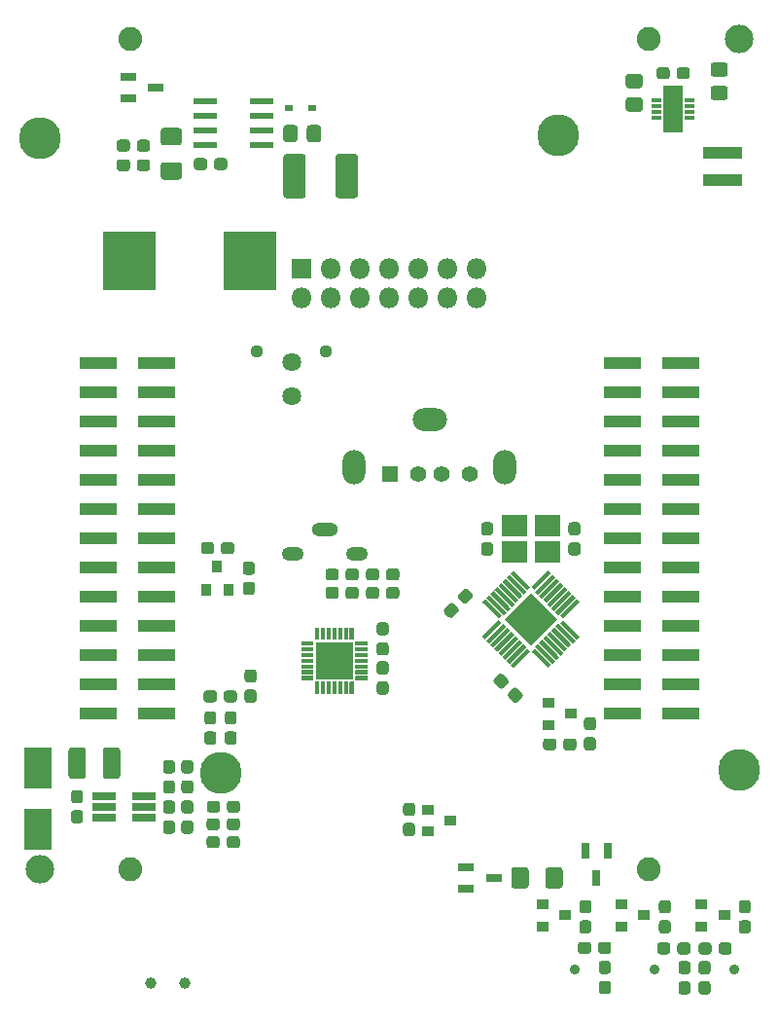
<source format=gbr>
%TF.GenerationSoftware,KiCad,Pcbnew,(5.1.6)-1*%
%TF.CreationDate,2022-04-22T11:55:46+02:00*%
%TF.ProjectId,ZumoComSystem,5a756d6f-436f-46d5-9379-7374656d2e6b,V1.0*%
%TF.SameCoordinates,Original*%
%TF.FileFunction,Soldermask,Bot*%
%TF.FilePolarity,Negative*%
%FSLAX46Y46*%
G04 Gerber Fmt 4.6, Leading zero omitted, Abs format (unit mm)*
G04 Created by KiCad (PCBNEW (5.1.6)-1) date 2022-04-22 11:55:46*
%MOMM*%
%LPD*%
G01*
G04 APERTURE LIST*
%ADD10R,0.912800X0.404800*%
%ADD11R,1.700000X4.100000*%
%ADD12R,3.500000X1.080000*%
%ADD13R,2.081200X0.633400*%
%ADD14C,1.000000*%
%ADD15R,3.250000X3.250000*%
%ADD16C,0.100000*%
%ADD17R,1.400000X1.400000*%
%ADD18C,1.400000*%
%ADD19O,2.000000X3.000000*%
%ADD20O,3.000000X2.000000*%
%ADD21O,1.800000X1.800000*%
%ADD22R,1.800000X1.800000*%
%ADD23R,4.600000X5.100000*%
%ADD24O,2.300000X1.200000*%
%ADD25O,1.900000X1.200000*%
%ADD26C,0.900000*%
%ADD27C,2.490000*%
%ADD28C,3.650000*%
%ADD29C,2.080000*%
%ADD30R,0.700000X0.550000*%
%ADD31R,2.400000X3.600000*%
%ADD32R,1.000000X0.900000*%
%ADD33R,0.900000X1.000000*%
%ADD34R,2.100000X0.750000*%
%ADD35R,2.200000X1.900000*%
%ADD36R,3.250000X1.100000*%
%ADD37R,1.410000X0.700000*%
%ADD38R,0.700000X1.410000*%
%ADD39C,1.630000*%
%ADD40C,1.120000*%
G04 APERTURE END LIST*
D10*
%TO.C,U2*%
X170252200Y-67362000D03*
X170252200Y-66854000D03*
X170252200Y-66346000D03*
X170252200Y-65838000D03*
X173147800Y-65838000D03*
X173147800Y-66346000D03*
X173147800Y-66854000D03*
X173147800Y-67362000D03*
D11*
X171700000Y-66600000D03*
%TD*%
D12*
%TO.C,L1*%
X176000000Y-72785000D03*
X176000000Y-70415000D03*
%TD*%
D13*
%TO.C,U1*%
X135863800Y-69705000D03*
X135863800Y-68435000D03*
X135863800Y-67165000D03*
X135863800Y-65895000D03*
X130936200Y-65895000D03*
X130936200Y-67165000D03*
X130936200Y-68435000D03*
X130936200Y-69705000D03*
%TD*%
D14*
%TO.C,SW1*%
X129175000Y-142650000D03*
X126175000Y-142650000D03*
%TD*%
%TO.C,R3*%
G36*
G01*
X171400000Y-63237500D02*
X171400000Y-63762500D01*
G75*
G02*
X171137500Y-64025000I-262500J0D01*
G01*
X170512500Y-64025000D01*
G75*
G02*
X170250000Y-63762500I0J262500D01*
G01*
X170250000Y-63237500D01*
G75*
G02*
X170512500Y-62975000I262500J0D01*
G01*
X171137500Y-62975000D01*
G75*
G02*
X171400000Y-63237500I0J-262500D01*
G01*
G37*
G36*
G01*
X173150000Y-63237500D02*
X173150000Y-63762500D01*
G75*
G02*
X172887500Y-64025000I-262500J0D01*
G01*
X172262500Y-64025000D01*
G75*
G02*
X172000000Y-63762500I0J262500D01*
G01*
X172000000Y-63237500D01*
G75*
G02*
X172262500Y-62975000I262500J0D01*
G01*
X172887500Y-62975000D01*
G75*
G02*
X173150000Y-63237500I0J-262500D01*
G01*
G37*
%TD*%
%TO.C,C6*%
G36*
G01*
X176178262Y-63800000D02*
X175221738Y-63800000D01*
G75*
G02*
X174950000Y-63528262I0J271738D01*
G01*
X174950000Y-62821738D01*
G75*
G02*
X175221738Y-62550000I271738J0D01*
G01*
X176178262Y-62550000D01*
G75*
G02*
X176450000Y-62821738I0J-271738D01*
G01*
X176450000Y-63528262D01*
G75*
G02*
X176178262Y-63800000I-271738J0D01*
G01*
G37*
G36*
G01*
X176178262Y-65850000D02*
X175221738Y-65850000D01*
G75*
G02*
X174950000Y-65578262I0J271738D01*
G01*
X174950000Y-64871738D01*
G75*
G02*
X175221738Y-64600000I271738J0D01*
G01*
X176178262Y-64600000D01*
G75*
G02*
X176450000Y-64871738I0J-271738D01*
G01*
X176450000Y-65578262D01*
G75*
G02*
X176178262Y-65850000I-271738J0D01*
G01*
G37*
%TD*%
D15*
%TO.C,U5*%
X142200000Y-114600000D03*
G36*
G01*
X140530800Y-116435000D02*
X140869200Y-116435000D01*
G75*
G02*
X140880000Y-116445800I0J-10800D01*
G01*
X140880000Y-117494200D01*
G75*
G02*
X140869200Y-117505000I-10800J0D01*
G01*
X140530800Y-117505000D01*
G75*
G02*
X140520000Y-117494200I0J10800D01*
G01*
X140520000Y-116445800D01*
G75*
G02*
X140530800Y-116435000I10800J0D01*
G01*
G37*
G36*
G01*
X141030800Y-116435000D02*
X141369200Y-116435000D01*
G75*
G02*
X141380000Y-116445800I0J-10800D01*
G01*
X141380000Y-117494200D01*
G75*
G02*
X141369200Y-117505000I-10800J0D01*
G01*
X141030800Y-117505000D01*
G75*
G02*
X141020000Y-117494200I0J10800D01*
G01*
X141020000Y-116445800D01*
G75*
G02*
X141030800Y-116435000I10800J0D01*
G01*
G37*
G36*
G01*
X141530800Y-116435000D02*
X141869200Y-116435000D01*
G75*
G02*
X141880000Y-116445800I0J-10800D01*
G01*
X141880000Y-117494200D01*
G75*
G02*
X141869200Y-117505000I-10800J0D01*
G01*
X141530800Y-117505000D01*
G75*
G02*
X141520000Y-117494200I0J10800D01*
G01*
X141520000Y-116445800D01*
G75*
G02*
X141530800Y-116435000I10800J0D01*
G01*
G37*
G36*
G01*
X142030800Y-116435000D02*
X142369200Y-116435000D01*
G75*
G02*
X142380000Y-116445800I0J-10800D01*
G01*
X142380000Y-117494200D01*
G75*
G02*
X142369200Y-117505000I-10800J0D01*
G01*
X142030800Y-117505000D01*
G75*
G02*
X142020000Y-117494200I0J10800D01*
G01*
X142020000Y-116445800D01*
G75*
G02*
X142030800Y-116435000I10800J0D01*
G01*
G37*
G36*
G01*
X142530800Y-116435000D02*
X142869200Y-116435000D01*
G75*
G02*
X142880000Y-116445800I0J-10800D01*
G01*
X142880000Y-117494200D01*
G75*
G02*
X142869200Y-117505000I-10800J0D01*
G01*
X142530800Y-117505000D01*
G75*
G02*
X142520000Y-117494200I0J10800D01*
G01*
X142520000Y-116445800D01*
G75*
G02*
X142530800Y-116435000I10800J0D01*
G01*
G37*
G36*
G01*
X143030800Y-116435000D02*
X143369200Y-116435000D01*
G75*
G02*
X143380000Y-116445800I0J-10800D01*
G01*
X143380000Y-117494200D01*
G75*
G02*
X143369200Y-117505000I-10800J0D01*
G01*
X143030800Y-117505000D01*
G75*
G02*
X143020000Y-117494200I0J10800D01*
G01*
X143020000Y-116445800D01*
G75*
G02*
X143030800Y-116435000I10800J0D01*
G01*
G37*
G36*
G01*
X143530800Y-116435000D02*
X143869200Y-116435000D01*
G75*
G02*
X143880000Y-116445800I0J-10800D01*
G01*
X143880000Y-117494200D01*
G75*
G02*
X143869200Y-117505000I-10800J0D01*
G01*
X143530800Y-117505000D01*
G75*
G02*
X143520000Y-117494200I0J10800D01*
G01*
X143520000Y-116445800D01*
G75*
G02*
X143530800Y-116435000I10800J0D01*
G01*
G37*
G36*
G01*
X143530800Y-111695000D02*
X143869200Y-111695000D01*
G75*
G02*
X143880000Y-111705800I0J-10800D01*
G01*
X143880000Y-112754200D01*
G75*
G02*
X143869200Y-112765000I-10800J0D01*
G01*
X143530800Y-112765000D01*
G75*
G02*
X143520000Y-112754200I0J10800D01*
G01*
X143520000Y-111705800D01*
G75*
G02*
X143530800Y-111695000I10800J0D01*
G01*
G37*
G36*
G01*
X143030800Y-111695000D02*
X143369200Y-111695000D01*
G75*
G02*
X143380000Y-111705800I0J-10800D01*
G01*
X143380000Y-112754200D01*
G75*
G02*
X143369200Y-112765000I-10800J0D01*
G01*
X143030800Y-112765000D01*
G75*
G02*
X143020000Y-112754200I0J10800D01*
G01*
X143020000Y-111705800D01*
G75*
G02*
X143030800Y-111695000I10800J0D01*
G01*
G37*
G36*
G01*
X142530800Y-111695000D02*
X142869200Y-111695000D01*
G75*
G02*
X142880000Y-111705800I0J-10800D01*
G01*
X142880000Y-112754200D01*
G75*
G02*
X142869200Y-112765000I-10800J0D01*
G01*
X142530800Y-112765000D01*
G75*
G02*
X142520000Y-112754200I0J10800D01*
G01*
X142520000Y-111705800D01*
G75*
G02*
X142530800Y-111695000I10800J0D01*
G01*
G37*
G36*
G01*
X142030800Y-111695000D02*
X142369200Y-111695000D01*
G75*
G02*
X142380000Y-111705800I0J-10800D01*
G01*
X142380000Y-112754200D01*
G75*
G02*
X142369200Y-112765000I-10800J0D01*
G01*
X142030800Y-112765000D01*
G75*
G02*
X142020000Y-112754200I0J10800D01*
G01*
X142020000Y-111705800D01*
G75*
G02*
X142030800Y-111695000I10800J0D01*
G01*
G37*
G36*
G01*
X141530800Y-111695000D02*
X141869200Y-111695000D01*
G75*
G02*
X141880000Y-111705800I0J-10800D01*
G01*
X141880000Y-112754200D01*
G75*
G02*
X141869200Y-112765000I-10800J0D01*
G01*
X141530800Y-112765000D01*
G75*
G02*
X141520000Y-112754200I0J10800D01*
G01*
X141520000Y-111705800D01*
G75*
G02*
X141530800Y-111695000I10800J0D01*
G01*
G37*
G36*
G01*
X141030800Y-111695000D02*
X141369200Y-111695000D01*
G75*
G02*
X141380000Y-111705800I0J-10800D01*
G01*
X141380000Y-112754200D01*
G75*
G02*
X141369200Y-112765000I-10800J0D01*
G01*
X141030800Y-112765000D01*
G75*
G02*
X141020000Y-112754200I0J10800D01*
G01*
X141020000Y-111705800D01*
G75*
G02*
X141030800Y-111695000I10800J0D01*
G01*
G37*
G36*
G01*
X140530800Y-111695000D02*
X140869200Y-111695000D01*
G75*
G02*
X140880000Y-111705800I0J-10800D01*
G01*
X140880000Y-112754200D01*
G75*
G02*
X140869200Y-112765000I-10800J0D01*
G01*
X140530800Y-112765000D01*
G75*
G02*
X140520000Y-112754200I0J10800D01*
G01*
X140520000Y-111705800D01*
G75*
G02*
X140530800Y-111695000I10800J0D01*
G01*
G37*
G36*
G01*
X140365000Y-112930800D02*
X140365000Y-113269200D01*
G75*
G02*
X140354200Y-113280000I-10800J0D01*
G01*
X139305800Y-113280000D01*
G75*
G02*
X139295000Y-113269200I0J10800D01*
G01*
X139295000Y-112930800D01*
G75*
G02*
X139305800Y-112920000I10800J0D01*
G01*
X140354200Y-112920000D01*
G75*
G02*
X140365000Y-112930800I0J-10800D01*
G01*
G37*
G36*
G01*
X140365000Y-113430800D02*
X140365000Y-113769200D01*
G75*
G02*
X140354200Y-113780000I-10800J0D01*
G01*
X139305800Y-113780000D01*
G75*
G02*
X139295000Y-113769200I0J10800D01*
G01*
X139295000Y-113430800D01*
G75*
G02*
X139305800Y-113420000I10800J0D01*
G01*
X140354200Y-113420000D01*
G75*
G02*
X140365000Y-113430800I0J-10800D01*
G01*
G37*
G36*
G01*
X140365000Y-113930800D02*
X140365000Y-114269200D01*
G75*
G02*
X140354200Y-114280000I-10800J0D01*
G01*
X139305800Y-114280000D01*
G75*
G02*
X139295000Y-114269200I0J10800D01*
G01*
X139295000Y-113930800D01*
G75*
G02*
X139305800Y-113920000I10800J0D01*
G01*
X140354200Y-113920000D01*
G75*
G02*
X140365000Y-113930800I0J-10800D01*
G01*
G37*
G36*
G01*
X140365000Y-114430800D02*
X140365000Y-114769200D01*
G75*
G02*
X140354200Y-114780000I-10800J0D01*
G01*
X139305800Y-114780000D01*
G75*
G02*
X139295000Y-114769200I0J10800D01*
G01*
X139295000Y-114430800D01*
G75*
G02*
X139305800Y-114420000I10800J0D01*
G01*
X140354200Y-114420000D01*
G75*
G02*
X140365000Y-114430800I0J-10800D01*
G01*
G37*
G36*
G01*
X140365000Y-114930800D02*
X140365000Y-115269200D01*
G75*
G02*
X140354200Y-115280000I-10800J0D01*
G01*
X139305800Y-115280000D01*
G75*
G02*
X139295000Y-115269200I0J10800D01*
G01*
X139295000Y-114930800D01*
G75*
G02*
X139305800Y-114920000I10800J0D01*
G01*
X140354200Y-114920000D01*
G75*
G02*
X140365000Y-114930800I0J-10800D01*
G01*
G37*
G36*
G01*
X140365000Y-115430800D02*
X140365000Y-115769200D01*
G75*
G02*
X140354200Y-115780000I-10800J0D01*
G01*
X139305800Y-115780000D01*
G75*
G02*
X139295000Y-115769200I0J10800D01*
G01*
X139295000Y-115430800D01*
G75*
G02*
X139305800Y-115420000I10800J0D01*
G01*
X140354200Y-115420000D01*
G75*
G02*
X140365000Y-115430800I0J-10800D01*
G01*
G37*
G36*
G01*
X140365000Y-115930800D02*
X140365000Y-116269200D01*
G75*
G02*
X140354200Y-116280000I-10800J0D01*
G01*
X139305800Y-116280000D01*
G75*
G02*
X139295000Y-116269200I0J10800D01*
G01*
X139295000Y-115930800D01*
G75*
G02*
X139305800Y-115920000I10800J0D01*
G01*
X140354200Y-115920000D01*
G75*
G02*
X140365000Y-115930800I0J-10800D01*
G01*
G37*
G36*
G01*
X145105000Y-115930800D02*
X145105000Y-116269200D01*
G75*
G02*
X145094200Y-116280000I-10800J0D01*
G01*
X144045800Y-116280000D01*
G75*
G02*
X144035000Y-116269200I0J10800D01*
G01*
X144035000Y-115930800D01*
G75*
G02*
X144045800Y-115920000I10800J0D01*
G01*
X145094200Y-115920000D01*
G75*
G02*
X145105000Y-115930800I0J-10800D01*
G01*
G37*
G36*
G01*
X145105000Y-115430800D02*
X145105000Y-115769200D01*
G75*
G02*
X145094200Y-115780000I-10800J0D01*
G01*
X144045800Y-115780000D01*
G75*
G02*
X144035000Y-115769200I0J10800D01*
G01*
X144035000Y-115430800D01*
G75*
G02*
X144045800Y-115420000I10800J0D01*
G01*
X145094200Y-115420000D01*
G75*
G02*
X145105000Y-115430800I0J-10800D01*
G01*
G37*
G36*
G01*
X145105000Y-114930800D02*
X145105000Y-115269200D01*
G75*
G02*
X145094200Y-115280000I-10800J0D01*
G01*
X144045800Y-115280000D01*
G75*
G02*
X144035000Y-115269200I0J10800D01*
G01*
X144035000Y-114930800D01*
G75*
G02*
X144045800Y-114920000I10800J0D01*
G01*
X145094200Y-114920000D01*
G75*
G02*
X145105000Y-114930800I0J-10800D01*
G01*
G37*
G36*
G01*
X145105000Y-114430800D02*
X145105000Y-114769200D01*
G75*
G02*
X145094200Y-114780000I-10800J0D01*
G01*
X144045800Y-114780000D01*
G75*
G02*
X144035000Y-114769200I0J10800D01*
G01*
X144035000Y-114430800D01*
G75*
G02*
X144045800Y-114420000I10800J0D01*
G01*
X145094200Y-114420000D01*
G75*
G02*
X145105000Y-114430800I0J-10800D01*
G01*
G37*
G36*
G01*
X145105000Y-113930800D02*
X145105000Y-114269200D01*
G75*
G02*
X145094200Y-114280000I-10800J0D01*
G01*
X144045800Y-114280000D01*
G75*
G02*
X144035000Y-114269200I0J10800D01*
G01*
X144035000Y-113930800D01*
G75*
G02*
X144045800Y-113920000I10800J0D01*
G01*
X145094200Y-113920000D01*
G75*
G02*
X145105000Y-113930800I0J-10800D01*
G01*
G37*
G36*
G01*
X145105000Y-113430800D02*
X145105000Y-113769200D01*
G75*
G02*
X145094200Y-113780000I-10800J0D01*
G01*
X144045800Y-113780000D01*
G75*
G02*
X144035000Y-113769200I0J10800D01*
G01*
X144035000Y-113430800D01*
G75*
G02*
X144045800Y-113420000I10800J0D01*
G01*
X145094200Y-113420000D01*
G75*
G02*
X145105000Y-113430800I0J-10800D01*
G01*
G37*
G36*
G01*
X145105000Y-112930800D02*
X145105000Y-113269200D01*
G75*
G02*
X145094200Y-113280000I-10800J0D01*
G01*
X144045800Y-113280000D01*
G75*
G02*
X144035000Y-113269200I0J10800D01*
G01*
X144035000Y-112930800D01*
G75*
G02*
X144045800Y-112920000I10800J0D01*
G01*
X145094200Y-112920000D01*
G75*
G02*
X145105000Y-112930800I0J-10800D01*
G01*
G37*
%TD*%
D16*
%TO.C,U3*%
G36*
X161562742Y-111000000D02*
G01*
X159300000Y-113262742D01*
X157037258Y-111000000D01*
X159300000Y-108737258D01*
X161562742Y-111000000D01*
G37*
G36*
G01*
X159210834Y-108190028D02*
X158964902Y-108435960D01*
G75*
G02*
X158949204Y-108435960I-7849J7849D01*
G01*
X157550688Y-107037444D01*
G75*
G02*
X157550688Y-107021746I7849J7849D01*
G01*
X157796620Y-106775814D01*
G75*
G02*
X157812318Y-106775814I7849J-7849D01*
G01*
X159210834Y-108174330D01*
G75*
G02*
X159210834Y-108190028I-7849J-7849D01*
G01*
G37*
G36*
G01*
X158927991Y-108614292D02*
X158682059Y-108860224D01*
G75*
G02*
X158666361Y-108860224I-7849J7849D01*
G01*
X157197135Y-107390998D01*
G75*
G02*
X157197135Y-107375300I7849J7849D01*
G01*
X157443067Y-107129368D01*
G75*
G02*
X157458765Y-107129368I7849J-7849D01*
G01*
X158927991Y-108598594D01*
G75*
G02*
X158927991Y-108614292I-7849J-7849D01*
G01*
G37*
G36*
G01*
X158574438Y-108967846D02*
X158328506Y-109213778D01*
G75*
G02*
X158312808Y-109213778I-7849J7849D01*
G01*
X156843582Y-107744552D01*
G75*
G02*
X156843582Y-107728854I7849J7849D01*
G01*
X157089514Y-107482922D01*
G75*
G02*
X157105212Y-107482922I7849J-7849D01*
G01*
X158574438Y-108952148D01*
G75*
G02*
X158574438Y-108967846I-7849J-7849D01*
G01*
G37*
G36*
G01*
X158220884Y-109321399D02*
X157974952Y-109567331D01*
G75*
G02*
X157959254Y-109567331I-7849J7849D01*
G01*
X156490028Y-108098105D01*
G75*
G02*
X156490028Y-108082407I7849J7849D01*
G01*
X156735960Y-107836475D01*
G75*
G02*
X156751658Y-107836475I7849J-7849D01*
G01*
X158220884Y-109305701D01*
G75*
G02*
X158220884Y-109321399I-7849J-7849D01*
G01*
G37*
G36*
G01*
X157867331Y-109674952D02*
X157621399Y-109920884D01*
G75*
G02*
X157605701Y-109920884I-7849J7849D01*
G01*
X156136475Y-108451658D01*
G75*
G02*
X156136475Y-108435960I7849J7849D01*
G01*
X156382407Y-108190028D01*
G75*
G02*
X156398105Y-108190028I7849J-7849D01*
G01*
X157867331Y-109659254D01*
G75*
G02*
X157867331Y-109674952I-7849J-7849D01*
G01*
G37*
G36*
G01*
X157513778Y-110028506D02*
X157267846Y-110274438D01*
G75*
G02*
X157252148Y-110274438I-7849J7849D01*
G01*
X155782922Y-108805212D01*
G75*
G02*
X155782922Y-108789514I7849J7849D01*
G01*
X156028854Y-108543582D01*
G75*
G02*
X156044552Y-108543582I7849J-7849D01*
G01*
X157513778Y-110012808D01*
G75*
G02*
X157513778Y-110028506I-7849J-7849D01*
G01*
G37*
G36*
G01*
X157160224Y-110382059D02*
X156914292Y-110627991D01*
G75*
G02*
X156898594Y-110627991I-7849J7849D01*
G01*
X155429368Y-109158765D01*
G75*
G02*
X155429368Y-109143067I7849J7849D01*
G01*
X155675300Y-108897135D01*
G75*
G02*
X155690998Y-108897135I7849J-7849D01*
G01*
X157160224Y-110366361D01*
G75*
G02*
X157160224Y-110382059I-7849J-7849D01*
G01*
G37*
G36*
G01*
X156735960Y-110664902D02*
X156490028Y-110910834D01*
G75*
G02*
X156474330Y-110910834I-7849J7849D01*
G01*
X155075814Y-109512318D01*
G75*
G02*
X155075814Y-109496620I7849J7849D01*
G01*
X155321746Y-109250688D01*
G75*
G02*
X155337444Y-109250688I7849J-7849D01*
G01*
X156735960Y-110649204D01*
G75*
G02*
X156735960Y-110664902I-7849J-7849D01*
G01*
G37*
G36*
G01*
X161049312Y-114978254D02*
X160803380Y-115224186D01*
G75*
G02*
X160787682Y-115224186I-7849J7849D01*
G01*
X159389166Y-113825670D01*
G75*
G02*
X159389166Y-113809972I7849J7849D01*
G01*
X159635098Y-113564040D01*
G75*
G02*
X159650796Y-113564040I7849J-7849D01*
G01*
X161049312Y-114962556D01*
G75*
G02*
X161049312Y-114978254I-7849J-7849D01*
G01*
G37*
G36*
G01*
X161402865Y-114624700D02*
X161156933Y-114870632D01*
G75*
G02*
X161141235Y-114870632I-7849J7849D01*
G01*
X159672009Y-113401406D01*
G75*
G02*
X159672009Y-113385708I7849J7849D01*
G01*
X159917941Y-113139776D01*
G75*
G02*
X159933639Y-113139776I7849J-7849D01*
G01*
X161402865Y-114609002D01*
G75*
G02*
X161402865Y-114624700I-7849J-7849D01*
G01*
G37*
G36*
G01*
X161756418Y-114271146D02*
X161510486Y-114517078D01*
G75*
G02*
X161494788Y-114517078I-7849J7849D01*
G01*
X160025562Y-113047852D01*
G75*
G02*
X160025562Y-113032154I7849J7849D01*
G01*
X160271494Y-112786222D01*
G75*
G02*
X160287192Y-112786222I7849J-7849D01*
G01*
X161756418Y-114255448D01*
G75*
G02*
X161756418Y-114271146I-7849J-7849D01*
G01*
G37*
G36*
G01*
X162109972Y-113917593D02*
X161864040Y-114163525D01*
G75*
G02*
X161848342Y-114163525I-7849J7849D01*
G01*
X160379116Y-112694299D01*
G75*
G02*
X160379116Y-112678601I7849J7849D01*
G01*
X160625048Y-112432669D01*
G75*
G02*
X160640746Y-112432669I7849J-7849D01*
G01*
X162109972Y-113901895D01*
G75*
G02*
X162109972Y-113917593I-7849J-7849D01*
G01*
G37*
G36*
G01*
X162463525Y-113564040D02*
X162217593Y-113809972D01*
G75*
G02*
X162201895Y-113809972I-7849J7849D01*
G01*
X160732669Y-112340746D01*
G75*
G02*
X160732669Y-112325048I7849J7849D01*
G01*
X160978601Y-112079116D01*
G75*
G02*
X160994299Y-112079116I7849J-7849D01*
G01*
X162463525Y-113548342D01*
G75*
G02*
X162463525Y-113564040I-7849J-7849D01*
G01*
G37*
G36*
G01*
X162817078Y-113210486D02*
X162571146Y-113456418D01*
G75*
G02*
X162555448Y-113456418I-7849J7849D01*
G01*
X161086222Y-111987192D01*
G75*
G02*
X161086222Y-111971494I7849J7849D01*
G01*
X161332154Y-111725562D01*
G75*
G02*
X161347852Y-111725562I7849J-7849D01*
G01*
X162817078Y-113194788D01*
G75*
G02*
X162817078Y-113210486I-7849J-7849D01*
G01*
G37*
G36*
G01*
X163170632Y-112856933D02*
X162924700Y-113102865D01*
G75*
G02*
X162909002Y-113102865I-7849J7849D01*
G01*
X161439776Y-111633639D01*
G75*
G02*
X161439776Y-111617941I7849J7849D01*
G01*
X161685708Y-111372009D01*
G75*
G02*
X161701406Y-111372009I7849J-7849D01*
G01*
X163170632Y-112841235D01*
G75*
G02*
X163170632Y-112856933I-7849J-7849D01*
G01*
G37*
G36*
G01*
X163524186Y-112503380D02*
X163278254Y-112749312D01*
G75*
G02*
X163262556Y-112749312I-7849J7849D01*
G01*
X161864040Y-111350796D01*
G75*
G02*
X161864040Y-111335098I7849J7849D01*
G01*
X162109972Y-111089166D01*
G75*
G02*
X162125670Y-111089166I7849J-7849D01*
G01*
X163524186Y-112487682D01*
G75*
G02*
X163524186Y-112503380I-7849J-7849D01*
G01*
G37*
G36*
G01*
X162109972Y-110910834D02*
X161864040Y-110664902D01*
G75*
G02*
X161864040Y-110649204I7849J7849D01*
G01*
X163262556Y-109250688D01*
G75*
G02*
X163278254Y-109250688I7849J-7849D01*
G01*
X163524186Y-109496620D01*
G75*
G02*
X163524186Y-109512318I-7849J-7849D01*
G01*
X162125670Y-110910834D01*
G75*
G02*
X162109972Y-110910834I-7849J7849D01*
G01*
G37*
G36*
G01*
X161685708Y-110627991D02*
X161439776Y-110382059D01*
G75*
G02*
X161439776Y-110366361I7849J7849D01*
G01*
X162909002Y-108897135D01*
G75*
G02*
X162924700Y-108897135I7849J-7849D01*
G01*
X163170632Y-109143067D01*
G75*
G02*
X163170632Y-109158765I-7849J-7849D01*
G01*
X161701406Y-110627991D01*
G75*
G02*
X161685708Y-110627991I-7849J7849D01*
G01*
G37*
G36*
G01*
X161332154Y-110274438D02*
X161086222Y-110028506D01*
G75*
G02*
X161086222Y-110012808I7849J7849D01*
G01*
X162555448Y-108543582D01*
G75*
G02*
X162571146Y-108543582I7849J-7849D01*
G01*
X162817078Y-108789514D01*
G75*
G02*
X162817078Y-108805212I-7849J-7849D01*
G01*
X161347852Y-110274438D01*
G75*
G02*
X161332154Y-110274438I-7849J7849D01*
G01*
G37*
G36*
G01*
X160978601Y-109920884D02*
X160732669Y-109674952D01*
G75*
G02*
X160732669Y-109659254I7849J7849D01*
G01*
X162201895Y-108190028D01*
G75*
G02*
X162217593Y-108190028I7849J-7849D01*
G01*
X162463525Y-108435960D01*
G75*
G02*
X162463525Y-108451658I-7849J-7849D01*
G01*
X160994299Y-109920884D01*
G75*
G02*
X160978601Y-109920884I-7849J7849D01*
G01*
G37*
G36*
G01*
X160625048Y-109567331D02*
X160379116Y-109321399D01*
G75*
G02*
X160379116Y-109305701I7849J7849D01*
G01*
X161848342Y-107836475D01*
G75*
G02*
X161864040Y-107836475I7849J-7849D01*
G01*
X162109972Y-108082407D01*
G75*
G02*
X162109972Y-108098105I-7849J-7849D01*
G01*
X160640746Y-109567331D01*
G75*
G02*
X160625048Y-109567331I-7849J7849D01*
G01*
G37*
G36*
G01*
X160271494Y-109213778D02*
X160025562Y-108967846D01*
G75*
G02*
X160025562Y-108952148I7849J7849D01*
G01*
X161494788Y-107482922D01*
G75*
G02*
X161510486Y-107482922I7849J-7849D01*
G01*
X161756418Y-107728854D01*
G75*
G02*
X161756418Y-107744552I-7849J-7849D01*
G01*
X160287192Y-109213778D01*
G75*
G02*
X160271494Y-109213778I-7849J7849D01*
G01*
G37*
G36*
G01*
X159917941Y-108860224D02*
X159672009Y-108614292D01*
G75*
G02*
X159672009Y-108598594I7849J7849D01*
G01*
X161141235Y-107129368D01*
G75*
G02*
X161156933Y-107129368I7849J-7849D01*
G01*
X161402865Y-107375300D01*
G75*
G02*
X161402865Y-107390998I-7849J-7849D01*
G01*
X159933639Y-108860224D01*
G75*
G02*
X159917941Y-108860224I-7849J7849D01*
G01*
G37*
G36*
G01*
X159635098Y-108435960D02*
X159389166Y-108190028D01*
G75*
G02*
X159389166Y-108174330I7849J7849D01*
G01*
X160787682Y-106775814D01*
G75*
G02*
X160803380Y-106775814I7849J-7849D01*
G01*
X161049312Y-107021746D01*
G75*
G02*
X161049312Y-107037444I-7849J-7849D01*
G01*
X159650796Y-108435960D01*
G75*
G02*
X159635098Y-108435960I-7849J7849D01*
G01*
G37*
G36*
G01*
X155321746Y-112749312D02*
X155075814Y-112503380D01*
G75*
G02*
X155075814Y-112487682I7849J7849D01*
G01*
X156474330Y-111089166D01*
G75*
G02*
X156490028Y-111089166I7849J-7849D01*
G01*
X156735960Y-111335098D01*
G75*
G02*
X156735960Y-111350796I-7849J-7849D01*
G01*
X155337444Y-112749312D01*
G75*
G02*
X155321746Y-112749312I-7849J7849D01*
G01*
G37*
G36*
G01*
X155675300Y-113102865D02*
X155429368Y-112856933D01*
G75*
G02*
X155429368Y-112841235I7849J7849D01*
G01*
X156898594Y-111372009D01*
G75*
G02*
X156914292Y-111372009I7849J-7849D01*
G01*
X157160224Y-111617941D01*
G75*
G02*
X157160224Y-111633639I-7849J-7849D01*
G01*
X155690998Y-113102865D01*
G75*
G02*
X155675300Y-113102865I-7849J7849D01*
G01*
G37*
G36*
G01*
X156028854Y-113456418D02*
X155782922Y-113210486D01*
G75*
G02*
X155782922Y-113194788I7849J7849D01*
G01*
X157252148Y-111725562D01*
G75*
G02*
X157267846Y-111725562I7849J-7849D01*
G01*
X157513778Y-111971494D01*
G75*
G02*
X157513778Y-111987192I-7849J-7849D01*
G01*
X156044552Y-113456418D01*
G75*
G02*
X156028854Y-113456418I-7849J7849D01*
G01*
G37*
G36*
G01*
X156382407Y-113809972D02*
X156136475Y-113564040D01*
G75*
G02*
X156136475Y-113548342I7849J7849D01*
G01*
X157605701Y-112079116D01*
G75*
G02*
X157621399Y-112079116I7849J-7849D01*
G01*
X157867331Y-112325048D01*
G75*
G02*
X157867331Y-112340746I-7849J-7849D01*
G01*
X156398105Y-113809972D01*
G75*
G02*
X156382407Y-113809972I-7849J7849D01*
G01*
G37*
G36*
G01*
X156735960Y-114163525D02*
X156490028Y-113917593D01*
G75*
G02*
X156490028Y-113901895I7849J7849D01*
G01*
X157959254Y-112432669D01*
G75*
G02*
X157974952Y-112432669I7849J-7849D01*
G01*
X158220884Y-112678601D01*
G75*
G02*
X158220884Y-112694299I-7849J-7849D01*
G01*
X156751658Y-114163525D01*
G75*
G02*
X156735960Y-114163525I-7849J7849D01*
G01*
G37*
G36*
G01*
X157089514Y-114517078D02*
X156843582Y-114271146D01*
G75*
G02*
X156843582Y-114255448I7849J7849D01*
G01*
X158312808Y-112786222D01*
G75*
G02*
X158328506Y-112786222I7849J-7849D01*
G01*
X158574438Y-113032154D01*
G75*
G02*
X158574438Y-113047852I-7849J-7849D01*
G01*
X157105212Y-114517078D01*
G75*
G02*
X157089514Y-114517078I-7849J7849D01*
G01*
G37*
G36*
G01*
X157443067Y-114870632D02*
X157197135Y-114624700D01*
G75*
G02*
X157197135Y-114609002I7849J7849D01*
G01*
X158666361Y-113139776D01*
G75*
G02*
X158682059Y-113139776I7849J-7849D01*
G01*
X158927991Y-113385708D01*
G75*
G02*
X158927991Y-113401406I-7849J-7849D01*
G01*
X157458765Y-114870632D01*
G75*
G02*
X157443067Y-114870632I-7849J7849D01*
G01*
G37*
G36*
G01*
X157796620Y-115224186D02*
X157550688Y-114978254D01*
G75*
G02*
X157550688Y-114962556I7849J7849D01*
G01*
X158949204Y-113564040D01*
G75*
G02*
X158964902Y-113564040I7849J-7849D01*
G01*
X159210834Y-113809972D01*
G75*
G02*
X159210834Y-113825670I-7849J-7849D01*
G01*
X157812318Y-115224186D01*
G75*
G02*
X157796620Y-115224186I-7849J7849D01*
G01*
G37*
%TD*%
D17*
%TO.C,J1*%
X147000000Y-98400000D03*
D18*
X149500000Y-98400000D03*
X151500000Y-98400000D03*
X154000000Y-98400000D03*
D19*
X143930000Y-97800000D03*
X157070000Y-97800000D03*
D20*
X150500000Y-93620000D03*
%TD*%
D21*
%TO.C,J5*%
X154575000Y-83025000D03*
X154575000Y-80485000D03*
X152035000Y-83025000D03*
X152035000Y-80485000D03*
X149495000Y-83025000D03*
X149495000Y-80485000D03*
X146955000Y-83025000D03*
X146955000Y-80485000D03*
X144415000Y-83025000D03*
X144415000Y-80485000D03*
X141875000Y-83025000D03*
X141875000Y-80485000D03*
X139335000Y-83025000D03*
D22*
X139335000Y-80485000D03*
%TD*%
D23*
%TO.C,L2*%
X124350000Y-79800000D03*
X134850000Y-79800000D03*
%TD*%
D24*
%TO.C,J3*%
X141400000Y-103175000D03*
D25*
X138600000Y-105325000D03*
X144200000Y-105325000D03*
%TD*%
D26*
%TO.C,SW3*%
X163150000Y-141425000D03*
%TD*%
%TO.C,SW4*%
X170070833Y-141425000D03*
%TD*%
%TO.C,SW5*%
X176991666Y-141425000D03*
%TD*%
D27*
%TO.C,BT1*%
X116530000Y-132710000D03*
D28*
X116530000Y-69130000D03*
X132270000Y-124330000D03*
D29*
X124400000Y-60490000D03*
X124400000Y-132710000D03*
%TD*%
%TO.C,C1*%
G36*
G01*
X127342544Y-71225000D02*
X128657456Y-71225000D01*
G75*
G02*
X128925000Y-71492544I0J-267544D01*
G01*
X128925000Y-72482456D01*
G75*
G02*
X128657456Y-72750000I-267544J0D01*
G01*
X127342544Y-72750000D01*
G75*
G02*
X127075000Y-72482456I0J267544D01*
G01*
X127075000Y-71492544D01*
G75*
G02*
X127342544Y-71225000I267544J0D01*
G01*
G37*
G36*
G01*
X127342544Y-68250000D02*
X128657456Y-68250000D01*
G75*
G02*
X128925000Y-68517544I0J-267544D01*
G01*
X128925000Y-69507456D01*
G75*
G02*
X128657456Y-69775000I-267544J0D01*
G01*
X127342544Y-69775000D01*
G75*
G02*
X127075000Y-69507456I0J267544D01*
G01*
X127075000Y-68517544D01*
G75*
G02*
X127342544Y-68250000I267544J0D01*
G01*
G37*
%TD*%
%TO.C,C2*%
G36*
G01*
X168778262Y-64800000D02*
X167821738Y-64800000D01*
G75*
G02*
X167550000Y-64528262I0J271738D01*
G01*
X167550000Y-63821738D01*
G75*
G02*
X167821738Y-63550000I271738J0D01*
G01*
X168778262Y-63550000D01*
G75*
G02*
X169050000Y-63821738I0J-271738D01*
G01*
X169050000Y-64528262D01*
G75*
G02*
X168778262Y-64800000I-271738J0D01*
G01*
G37*
G36*
G01*
X168778262Y-66850000D02*
X167821738Y-66850000D01*
G75*
G02*
X167550000Y-66578262I0J271738D01*
G01*
X167550000Y-65871738D01*
G75*
G02*
X167821738Y-65600000I271738J0D01*
G01*
X168778262Y-65600000D01*
G75*
G02*
X169050000Y-65871738I0J-271738D01*
G01*
X169050000Y-66578262D01*
G75*
G02*
X168778262Y-66850000I-271738J0D01*
G01*
G37*
%TD*%
%TO.C,C3*%
G36*
G01*
X131725000Y-71662500D02*
X131725000Y-71137500D01*
G75*
G02*
X131987500Y-70875000I262500J0D01*
G01*
X132612500Y-70875000D01*
G75*
G02*
X132875000Y-71137500I0J-262500D01*
G01*
X132875000Y-71662500D01*
G75*
G02*
X132612500Y-71925000I-262500J0D01*
G01*
X131987500Y-71925000D01*
G75*
G02*
X131725000Y-71662500I0J262500D01*
G01*
G37*
G36*
G01*
X129975000Y-71662500D02*
X129975000Y-71137500D01*
G75*
G02*
X130237500Y-70875000I262500J0D01*
G01*
X130862500Y-70875000D01*
G75*
G02*
X131125000Y-71137500I0J-262500D01*
G01*
X131125000Y-71662500D01*
G75*
G02*
X130862500Y-71925000I-262500J0D01*
G01*
X130237500Y-71925000D01*
G75*
G02*
X129975000Y-71662500I0J262500D01*
G01*
G37*
%TD*%
%TO.C,C4*%
G36*
G01*
X139800000Y-69228262D02*
X139800000Y-68271738D01*
G75*
G02*
X140071738Y-68000000I271738J0D01*
G01*
X140778262Y-68000000D01*
G75*
G02*
X141050000Y-68271738I0J-271738D01*
G01*
X141050000Y-69228262D01*
G75*
G02*
X140778262Y-69500000I-271738J0D01*
G01*
X140071738Y-69500000D01*
G75*
G02*
X139800000Y-69228262I0J271738D01*
G01*
G37*
G36*
G01*
X137750000Y-69228262D02*
X137750000Y-68271738D01*
G75*
G02*
X138021738Y-68000000I271738J0D01*
G01*
X138728262Y-68000000D01*
G75*
G02*
X139000000Y-68271738I0J-271738D01*
G01*
X139000000Y-69228262D01*
G75*
G02*
X138728262Y-69500000I-271738J0D01*
G01*
X138021738Y-69500000D01*
G75*
G02*
X137750000Y-69228262I0J271738D01*
G01*
G37*
%TD*%
%TO.C,C9*%
G36*
G01*
X128062500Y-124400000D02*
X127537500Y-124400000D01*
G75*
G02*
X127275000Y-124137500I0J262500D01*
G01*
X127275000Y-123512500D01*
G75*
G02*
X127537500Y-123250000I262500J0D01*
G01*
X128062500Y-123250000D01*
G75*
G02*
X128325000Y-123512500I0J-262500D01*
G01*
X128325000Y-124137500D01*
G75*
G02*
X128062500Y-124400000I-262500J0D01*
G01*
G37*
G36*
G01*
X128062500Y-126150000D02*
X127537500Y-126150000D01*
G75*
G02*
X127275000Y-125887500I0J262500D01*
G01*
X127275000Y-125262500D01*
G75*
G02*
X127537500Y-125000000I262500J0D01*
G01*
X128062500Y-125000000D01*
G75*
G02*
X128325000Y-125262500I0J-262500D01*
G01*
X128325000Y-125887500D01*
G75*
G02*
X128062500Y-126150000I-262500J0D01*
G01*
G37*
%TD*%
%TO.C,C10*%
G36*
G01*
X127537500Y-128500000D02*
X128062500Y-128500000D01*
G75*
G02*
X128325000Y-128762500I0J-262500D01*
G01*
X128325000Y-129387500D01*
G75*
G02*
X128062500Y-129650000I-262500J0D01*
G01*
X127537500Y-129650000D01*
G75*
G02*
X127275000Y-129387500I0J262500D01*
G01*
X127275000Y-128762500D01*
G75*
G02*
X127537500Y-128500000I262500J0D01*
G01*
G37*
G36*
G01*
X127537500Y-126750000D02*
X128062500Y-126750000D01*
G75*
G02*
X128325000Y-127012500I0J-262500D01*
G01*
X128325000Y-127637500D01*
G75*
G02*
X128062500Y-127900000I-262500J0D01*
G01*
X127537500Y-127900000D01*
G75*
G02*
X127275000Y-127637500I0J262500D01*
G01*
X127275000Y-127012500D01*
G75*
G02*
X127537500Y-126750000I262500J0D01*
G01*
G37*
%TD*%
%TO.C,D1*%
G36*
G01*
X142300000Y-74111487D02*
X142300000Y-70788513D01*
G75*
G02*
X142563513Y-70525000I263513J0D01*
G01*
X143986487Y-70525000D01*
G75*
G02*
X144250000Y-70788513I0J-263513D01*
G01*
X144250000Y-74111487D01*
G75*
G02*
X143986487Y-74375000I-263513J0D01*
G01*
X142563513Y-74375000D01*
G75*
G02*
X142300000Y-74111487I0J263513D01*
G01*
G37*
G36*
G01*
X137750000Y-74111487D02*
X137750000Y-70788513D01*
G75*
G02*
X138013513Y-70525000I263513J0D01*
G01*
X139436487Y-70525000D01*
G75*
G02*
X139700000Y-70788513I0J-263513D01*
G01*
X139700000Y-74111487D01*
G75*
G02*
X139436487Y-74375000I-263513J0D01*
G01*
X138013513Y-74375000D01*
G75*
G02*
X137750000Y-74111487I0J263513D01*
G01*
G37*
%TD*%
D30*
%TO.C,D2*%
X138200000Y-66500000D03*
X140300000Y-66500000D03*
%TD*%
D31*
%TO.C,D3*%
X116400000Y-129300000D03*
X116400000Y-123900000D03*
%TD*%
%TO.C,F1*%
G36*
G01*
X122025000Y-124608125D02*
X122025000Y-122391875D01*
G75*
G02*
X122291875Y-122125000I266875J0D01*
G01*
X123283125Y-122125000D01*
G75*
G02*
X123550000Y-122391875I0J-266875D01*
G01*
X123550000Y-124608125D01*
G75*
G02*
X123283125Y-124875000I-266875J0D01*
G01*
X122291875Y-124875000D01*
G75*
G02*
X122025000Y-124608125I0J266875D01*
G01*
G37*
G36*
G01*
X119050000Y-124608125D02*
X119050000Y-122391875D01*
G75*
G02*
X119316875Y-122125000I266875J0D01*
G01*
X120308125Y-122125000D01*
G75*
G02*
X120575000Y-122391875I0J-266875D01*
G01*
X120575000Y-124608125D01*
G75*
G02*
X120308125Y-124875000I-266875J0D01*
G01*
X119316875Y-124875000D01*
G75*
G02*
X119050000Y-124608125I0J266875D01*
G01*
G37*
%TD*%
D32*
%TO.C,Q6*%
X162300000Y-136750000D03*
X160300000Y-135800000D03*
X160300000Y-137700000D03*
%TD*%
%TO.C,Q8*%
X176150000Y-136750000D03*
X174150000Y-135800000D03*
X174150000Y-137700000D03*
%TD*%
%TO.C,Q7*%
X169175000Y-136750000D03*
X167175000Y-135800000D03*
X167175000Y-137700000D03*
%TD*%
D33*
%TO.C,Q9*%
X132000000Y-106425000D03*
X131050000Y-108425000D03*
X132950000Y-108425000D03*
%TD*%
D32*
%TO.C,Q10*%
X162825000Y-119225000D03*
X160825000Y-118275000D03*
X160825000Y-120175000D03*
%TD*%
%TO.C,R7*%
G36*
G01*
X129662500Y-124400000D02*
X129137500Y-124400000D01*
G75*
G02*
X128875000Y-124137500I0J262500D01*
G01*
X128875000Y-123512500D01*
G75*
G02*
X129137500Y-123250000I262500J0D01*
G01*
X129662500Y-123250000D01*
G75*
G02*
X129925000Y-123512500I0J-262500D01*
G01*
X129925000Y-124137500D01*
G75*
G02*
X129662500Y-124400000I-262500J0D01*
G01*
G37*
G36*
G01*
X129662500Y-126150000D02*
X129137500Y-126150000D01*
G75*
G02*
X128875000Y-125887500I0J262500D01*
G01*
X128875000Y-125262500D01*
G75*
G02*
X129137500Y-125000000I262500J0D01*
G01*
X129662500Y-125000000D01*
G75*
G02*
X129925000Y-125262500I0J-262500D01*
G01*
X129925000Y-125887500D01*
G75*
G02*
X129662500Y-126150000I-262500J0D01*
G01*
G37*
%TD*%
%TO.C,R8*%
G36*
G01*
X129662500Y-127900000D02*
X129137500Y-127900000D01*
G75*
G02*
X128875000Y-127637500I0J262500D01*
G01*
X128875000Y-127012500D01*
G75*
G02*
X129137500Y-126750000I262500J0D01*
G01*
X129662500Y-126750000D01*
G75*
G02*
X129925000Y-127012500I0J-262500D01*
G01*
X129925000Y-127637500D01*
G75*
G02*
X129662500Y-127900000I-262500J0D01*
G01*
G37*
G36*
G01*
X129662500Y-129650000D02*
X129137500Y-129650000D01*
G75*
G02*
X128875000Y-129387500I0J262500D01*
G01*
X128875000Y-128762500D01*
G75*
G02*
X129137500Y-128500000I262500J0D01*
G01*
X129662500Y-128500000D01*
G75*
G02*
X129925000Y-128762500I0J-262500D01*
G01*
X129925000Y-129387500D01*
G75*
G02*
X129662500Y-129650000I-262500J0D01*
G01*
G37*
%TD*%
%TO.C,R10*%
G36*
G01*
X119537500Y-127600000D02*
X120062500Y-127600000D01*
G75*
G02*
X120325000Y-127862500I0J-262500D01*
G01*
X120325000Y-128487500D01*
G75*
G02*
X120062500Y-128750000I-262500J0D01*
G01*
X119537500Y-128750000D01*
G75*
G02*
X119275000Y-128487500I0J262500D01*
G01*
X119275000Y-127862500D01*
G75*
G02*
X119537500Y-127600000I262500J0D01*
G01*
G37*
G36*
G01*
X119537500Y-125850000D02*
X120062500Y-125850000D01*
G75*
G02*
X120325000Y-126112500I0J-262500D01*
G01*
X120325000Y-126737500D01*
G75*
G02*
X120062500Y-127000000I-262500J0D01*
G01*
X119537500Y-127000000D01*
G75*
G02*
X119275000Y-126737500I0J262500D01*
G01*
X119275000Y-126112500D01*
G75*
G02*
X119537500Y-125850000I262500J0D01*
G01*
G37*
%TD*%
%TO.C,R16*%
G36*
G01*
X132575000Y-117962500D02*
X132575000Y-117437500D01*
G75*
G02*
X132837500Y-117175000I262500J0D01*
G01*
X133462500Y-117175000D01*
G75*
G02*
X133725000Y-117437500I0J-262500D01*
G01*
X133725000Y-117962500D01*
G75*
G02*
X133462500Y-118225000I-262500J0D01*
G01*
X132837500Y-118225000D01*
G75*
G02*
X132575000Y-117962500I0J262500D01*
G01*
G37*
G36*
G01*
X130825000Y-117962500D02*
X130825000Y-117437500D01*
G75*
G02*
X131087500Y-117175000I262500J0D01*
G01*
X131712500Y-117175000D01*
G75*
G02*
X131975000Y-117437500I0J-262500D01*
G01*
X131975000Y-117962500D01*
G75*
G02*
X131712500Y-118225000I-262500J0D01*
G01*
X131087500Y-118225000D01*
G75*
G02*
X130825000Y-117962500I0J262500D01*
G01*
G37*
%TD*%
%TO.C,R18*%
G36*
G01*
X131662500Y-120150000D02*
X131137500Y-120150000D01*
G75*
G02*
X130875000Y-119887500I0J262500D01*
G01*
X130875000Y-119262500D01*
G75*
G02*
X131137500Y-119000000I262500J0D01*
G01*
X131662500Y-119000000D01*
G75*
G02*
X131925000Y-119262500I0J-262500D01*
G01*
X131925000Y-119887500D01*
G75*
G02*
X131662500Y-120150000I-262500J0D01*
G01*
G37*
G36*
G01*
X131662500Y-121900000D02*
X131137500Y-121900000D01*
G75*
G02*
X130875000Y-121637500I0J262500D01*
G01*
X130875000Y-121012500D01*
G75*
G02*
X131137500Y-120750000I262500J0D01*
G01*
X131662500Y-120750000D01*
G75*
G02*
X131925000Y-121012500I0J-262500D01*
G01*
X131925000Y-121637500D01*
G75*
G02*
X131662500Y-121900000I-262500J0D01*
G01*
G37*
%TD*%
%TO.C,R19*%
G36*
G01*
X132912500Y-120750000D02*
X133437500Y-120750000D01*
G75*
G02*
X133700000Y-121012500I0J-262500D01*
G01*
X133700000Y-121637500D01*
G75*
G02*
X133437500Y-121900000I-262500J0D01*
G01*
X132912500Y-121900000D01*
G75*
G02*
X132650000Y-121637500I0J262500D01*
G01*
X132650000Y-121012500D01*
G75*
G02*
X132912500Y-120750000I262500J0D01*
G01*
G37*
G36*
G01*
X132912500Y-119000000D02*
X133437500Y-119000000D01*
G75*
G02*
X133700000Y-119262500I0J-262500D01*
G01*
X133700000Y-119887500D01*
G75*
G02*
X133437500Y-120150000I-262500J0D01*
G01*
X132912500Y-120150000D01*
G75*
G02*
X132650000Y-119887500I0J262500D01*
G01*
X132650000Y-119262500D01*
G75*
G02*
X132912500Y-119000000I262500J0D01*
G01*
G37*
%TD*%
%TO.C,R20*%
G36*
G01*
X165487500Y-142450000D02*
X166012500Y-142450000D01*
G75*
G02*
X166275000Y-142712500I0J-262500D01*
G01*
X166275000Y-143337500D01*
G75*
G02*
X166012500Y-143600000I-262500J0D01*
G01*
X165487500Y-143600000D01*
G75*
G02*
X165225000Y-143337500I0J262500D01*
G01*
X165225000Y-142712500D01*
G75*
G02*
X165487500Y-142450000I262500J0D01*
G01*
G37*
G36*
G01*
X165487500Y-140700000D02*
X166012500Y-140700000D01*
G75*
G02*
X166275000Y-140962500I0J-262500D01*
G01*
X166275000Y-141587500D01*
G75*
G02*
X166012500Y-141850000I-262500J0D01*
G01*
X165487500Y-141850000D01*
G75*
G02*
X165225000Y-141587500I0J262500D01*
G01*
X165225000Y-140962500D01*
G75*
G02*
X165487500Y-140700000I262500J0D01*
G01*
G37*
%TD*%
%TO.C,R21*%
G36*
G01*
X164550000Y-139312500D02*
X164550000Y-139837500D01*
G75*
G02*
X164287500Y-140100000I-262500J0D01*
G01*
X163662500Y-140100000D01*
G75*
G02*
X163400000Y-139837500I0J262500D01*
G01*
X163400000Y-139312500D01*
G75*
G02*
X163662500Y-139050000I262500J0D01*
G01*
X164287500Y-139050000D01*
G75*
G02*
X164550000Y-139312500I0J-262500D01*
G01*
G37*
G36*
G01*
X166300000Y-139312500D02*
X166300000Y-139837500D01*
G75*
G02*
X166037500Y-140100000I-262500J0D01*
G01*
X165412500Y-140100000D01*
G75*
G02*
X165150000Y-139837500I0J262500D01*
G01*
X165150000Y-139312500D01*
G75*
G02*
X165412500Y-139050000I262500J0D01*
G01*
X166037500Y-139050000D01*
G75*
G02*
X166300000Y-139312500I0J-262500D01*
G01*
G37*
%TD*%
%TO.C,R22*%
G36*
G01*
X164312500Y-136575000D02*
X163787500Y-136575000D01*
G75*
G02*
X163525000Y-136312500I0J262500D01*
G01*
X163525000Y-135687500D01*
G75*
G02*
X163787500Y-135425000I262500J0D01*
G01*
X164312500Y-135425000D01*
G75*
G02*
X164575000Y-135687500I0J-262500D01*
G01*
X164575000Y-136312500D01*
G75*
G02*
X164312500Y-136575000I-262500J0D01*
G01*
G37*
G36*
G01*
X164312500Y-138325000D02*
X163787500Y-138325000D01*
G75*
G02*
X163525000Y-138062500I0J262500D01*
G01*
X163525000Y-137437500D01*
G75*
G02*
X163787500Y-137175000I262500J0D01*
G01*
X164312500Y-137175000D01*
G75*
G02*
X164575000Y-137437500I0J-262500D01*
G01*
X164575000Y-138062500D01*
G75*
G02*
X164312500Y-138325000I-262500J0D01*
G01*
G37*
%TD*%
%TO.C,R26*%
G36*
G01*
X178187500Y-136575000D02*
X177662500Y-136575000D01*
G75*
G02*
X177400000Y-136312500I0J262500D01*
G01*
X177400000Y-135687500D01*
G75*
G02*
X177662500Y-135425000I262500J0D01*
G01*
X178187500Y-135425000D01*
G75*
G02*
X178450000Y-135687500I0J-262500D01*
G01*
X178450000Y-136312500D01*
G75*
G02*
X178187500Y-136575000I-262500J0D01*
G01*
G37*
G36*
G01*
X178187500Y-138325000D02*
X177662500Y-138325000D01*
G75*
G02*
X177400000Y-138062500I0J262500D01*
G01*
X177400000Y-137437500D01*
G75*
G02*
X177662500Y-137175000I262500J0D01*
G01*
X178187500Y-137175000D01*
G75*
G02*
X178450000Y-137437500I0J-262500D01*
G01*
X178450000Y-138062500D01*
G75*
G02*
X178187500Y-138325000I-262500J0D01*
G01*
G37*
%TD*%
%TO.C,R24*%
G36*
G01*
X171237500Y-136575000D02*
X170712500Y-136575000D01*
G75*
G02*
X170450000Y-136312500I0J262500D01*
G01*
X170450000Y-135687500D01*
G75*
G02*
X170712500Y-135425000I262500J0D01*
G01*
X171237500Y-135425000D01*
G75*
G02*
X171500000Y-135687500I0J-262500D01*
G01*
X171500000Y-136312500D01*
G75*
G02*
X171237500Y-136575000I-262500J0D01*
G01*
G37*
G36*
G01*
X171237500Y-138325000D02*
X170712500Y-138325000D01*
G75*
G02*
X170450000Y-138062500I0J262500D01*
G01*
X170450000Y-137437500D01*
G75*
G02*
X170712500Y-137175000I262500J0D01*
G01*
X171237500Y-137175000D01*
G75*
G02*
X171500000Y-137437500I0J-262500D01*
G01*
X171500000Y-138062500D01*
G75*
G02*
X171237500Y-138325000I-262500J0D01*
G01*
G37*
%TD*%
%TO.C,R28*%
G36*
G01*
X132850000Y-127562500D02*
X132850000Y-127037500D01*
G75*
G02*
X133112500Y-126775000I262500J0D01*
G01*
X133737500Y-126775000D01*
G75*
G02*
X134000000Y-127037500I0J-262500D01*
G01*
X134000000Y-127562500D01*
G75*
G02*
X133737500Y-127825000I-262500J0D01*
G01*
X133112500Y-127825000D01*
G75*
G02*
X132850000Y-127562500I0J262500D01*
G01*
G37*
G36*
G01*
X131100000Y-127562500D02*
X131100000Y-127037500D01*
G75*
G02*
X131362500Y-126775000I262500J0D01*
G01*
X131987500Y-126775000D01*
G75*
G02*
X132250000Y-127037500I0J-262500D01*
G01*
X132250000Y-127562500D01*
G75*
G02*
X131987500Y-127825000I-262500J0D01*
G01*
X131362500Y-127825000D01*
G75*
G02*
X131100000Y-127562500I0J262500D01*
G01*
G37*
%TD*%
%TO.C,R29*%
G36*
G01*
X132825000Y-129087500D02*
X132825000Y-128562500D01*
G75*
G02*
X133087500Y-128300000I262500J0D01*
G01*
X133712500Y-128300000D01*
G75*
G02*
X133975000Y-128562500I0J-262500D01*
G01*
X133975000Y-129087500D01*
G75*
G02*
X133712500Y-129350000I-262500J0D01*
G01*
X133087500Y-129350000D01*
G75*
G02*
X132825000Y-129087500I0J262500D01*
G01*
G37*
G36*
G01*
X131075000Y-129087500D02*
X131075000Y-128562500D01*
G75*
G02*
X131337500Y-128300000I262500J0D01*
G01*
X131962500Y-128300000D01*
G75*
G02*
X132225000Y-128562500I0J-262500D01*
G01*
X132225000Y-129087500D01*
G75*
G02*
X131962500Y-129350000I-262500J0D01*
G01*
X131337500Y-129350000D01*
G75*
G02*
X131075000Y-129087500I0J262500D01*
G01*
G37*
%TD*%
%TO.C,R30*%
G36*
G01*
X132825000Y-130637500D02*
X132825000Y-130112500D01*
G75*
G02*
X133087500Y-129850000I262500J0D01*
G01*
X133712500Y-129850000D01*
G75*
G02*
X133975000Y-130112500I0J-262500D01*
G01*
X133975000Y-130637500D01*
G75*
G02*
X133712500Y-130900000I-262500J0D01*
G01*
X133087500Y-130900000D01*
G75*
G02*
X132825000Y-130637500I0J262500D01*
G01*
G37*
G36*
G01*
X131075000Y-130637500D02*
X131075000Y-130112500D01*
G75*
G02*
X131337500Y-129850000I262500J0D01*
G01*
X131962500Y-129850000D01*
G75*
G02*
X132225000Y-130112500I0J-262500D01*
G01*
X132225000Y-130637500D01*
G75*
G02*
X131962500Y-130900000I-262500J0D01*
G01*
X131337500Y-130900000D01*
G75*
G02*
X131075000Y-130637500I0J262500D01*
G01*
G37*
%TD*%
%TO.C,R31*%
G36*
G01*
X172412500Y-142475000D02*
X172937500Y-142475000D01*
G75*
G02*
X173200000Y-142737500I0J-262500D01*
G01*
X173200000Y-143362500D01*
G75*
G02*
X172937500Y-143625000I-262500J0D01*
G01*
X172412500Y-143625000D01*
G75*
G02*
X172150000Y-143362500I0J262500D01*
G01*
X172150000Y-142737500D01*
G75*
G02*
X172412500Y-142475000I262500J0D01*
G01*
G37*
G36*
G01*
X172412500Y-140725000D02*
X172937500Y-140725000D01*
G75*
G02*
X173200000Y-140987500I0J-262500D01*
G01*
X173200000Y-141612500D01*
G75*
G02*
X172937500Y-141875000I-262500J0D01*
G01*
X172412500Y-141875000D01*
G75*
G02*
X172150000Y-141612500I0J262500D01*
G01*
X172150000Y-140987500D01*
G75*
G02*
X172412500Y-140725000I262500J0D01*
G01*
G37*
%TD*%
%TO.C,R32*%
G36*
G01*
X171450000Y-139362500D02*
X171450000Y-139887500D01*
G75*
G02*
X171187500Y-140150000I-262500J0D01*
G01*
X170562500Y-140150000D01*
G75*
G02*
X170300000Y-139887500I0J262500D01*
G01*
X170300000Y-139362500D01*
G75*
G02*
X170562500Y-139100000I262500J0D01*
G01*
X171187500Y-139100000D01*
G75*
G02*
X171450000Y-139362500I0J-262500D01*
G01*
G37*
G36*
G01*
X173200000Y-139362500D02*
X173200000Y-139887500D01*
G75*
G02*
X172937500Y-140150000I-262500J0D01*
G01*
X172312500Y-140150000D01*
G75*
G02*
X172050000Y-139887500I0J262500D01*
G01*
X172050000Y-139362500D01*
G75*
G02*
X172312500Y-139100000I262500J0D01*
G01*
X172937500Y-139100000D01*
G75*
G02*
X173200000Y-139362500I0J-262500D01*
G01*
G37*
%TD*%
%TO.C,R33*%
G36*
G01*
X134487500Y-107725000D02*
X135012500Y-107725000D01*
G75*
G02*
X135275000Y-107987500I0J-262500D01*
G01*
X135275000Y-108612500D01*
G75*
G02*
X135012500Y-108875000I-262500J0D01*
G01*
X134487500Y-108875000D01*
G75*
G02*
X134225000Y-108612500I0J262500D01*
G01*
X134225000Y-107987500D01*
G75*
G02*
X134487500Y-107725000I262500J0D01*
G01*
G37*
G36*
G01*
X134487500Y-105975000D02*
X135012500Y-105975000D01*
G75*
G02*
X135275000Y-106237500I0J-262500D01*
G01*
X135275000Y-106862500D01*
G75*
G02*
X135012500Y-107125000I-262500J0D01*
G01*
X134487500Y-107125000D01*
G75*
G02*
X134225000Y-106862500I0J262500D01*
G01*
X134225000Y-106237500D01*
G75*
G02*
X134487500Y-105975000I262500J0D01*
G01*
G37*
%TD*%
%TO.C,R34*%
G36*
G01*
X131725000Y-104537500D02*
X131725000Y-105062500D01*
G75*
G02*
X131462500Y-105325000I-262500J0D01*
G01*
X130837500Y-105325000D01*
G75*
G02*
X130575000Y-105062500I0J262500D01*
G01*
X130575000Y-104537500D01*
G75*
G02*
X130837500Y-104275000I262500J0D01*
G01*
X131462500Y-104275000D01*
G75*
G02*
X131725000Y-104537500I0J-262500D01*
G01*
G37*
G36*
G01*
X133475000Y-104537500D02*
X133475000Y-105062500D01*
G75*
G02*
X133212500Y-105325000I-262500J0D01*
G01*
X132587500Y-105325000D01*
G75*
G02*
X132325000Y-105062500I0J262500D01*
G01*
X132325000Y-104537500D01*
G75*
G02*
X132587500Y-104275000I262500J0D01*
G01*
X133212500Y-104275000D01*
G75*
G02*
X133475000Y-104537500I0J-262500D01*
G01*
G37*
%TD*%
%TO.C,R35*%
G36*
G01*
X174162500Y-142475000D02*
X174687500Y-142475000D01*
G75*
G02*
X174950000Y-142737500I0J-262500D01*
G01*
X174950000Y-143362500D01*
G75*
G02*
X174687500Y-143625000I-262500J0D01*
G01*
X174162500Y-143625000D01*
G75*
G02*
X173900000Y-143362500I0J262500D01*
G01*
X173900000Y-142737500D01*
G75*
G02*
X174162500Y-142475000I262500J0D01*
G01*
G37*
G36*
G01*
X174162500Y-140725000D02*
X174687500Y-140725000D01*
G75*
G02*
X174950000Y-140987500I0J-262500D01*
G01*
X174950000Y-141612500D01*
G75*
G02*
X174687500Y-141875000I-262500J0D01*
G01*
X174162500Y-141875000D01*
G75*
G02*
X173900000Y-141612500I0J262500D01*
G01*
X173900000Y-140987500D01*
G75*
G02*
X174162500Y-140725000I262500J0D01*
G01*
G37*
%TD*%
%TO.C,R36*%
G36*
G01*
X175650000Y-139887500D02*
X175650000Y-139362500D01*
G75*
G02*
X175912500Y-139100000I262500J0D01*
G01*
X176537500Y-139100000D01*
G75*
G02*
X176800000Y-139362500I0J-262500D01*
G01*
X176800000Y-139887500D01*
G75*
G02*
X176537500Y-140150000I-262500J0D01*
G01*
X175912500Y-140150000D01*
G75*
G02*
X175650000Y-139887500I0J262500D01*
G01*
G37*
G36*
G01*
X173900000Y-139887500D02*
X173900000Y-139362500D01*
G75*
G02*
X174162500Y-139100000I262500J0D01*
G01*
X174787500Y-139100000D01*
G75*
G02*
X175050000Y-139362500I0J-262500D01*
G01*
X175050000Y-139887500D01*
G75*
G02*
X174787500Y-140150000I-262500J0D01*
G01*
X174162500Y-140150000D01*
G75*
G02*
X173900000Y-139887500I0J262500D01*
G01*
G37*
%TD*%
%TO.C,R37*%
G36*
G01*
X161525000Y-121612500D02*
X161525000Y-122137500D01*
G75*
G02*
X161262500Y-122400000I-262500J0D01*
G01*
X160637500Y-122400000D01*
G75*
G02*
X160375000Y-122137500I0J262500D01*
G01*
X160375000Y-121612500D01*
G75*
G02*
X160637500Y-121350000I262500J0D01*
G01*
X161262500Y-121350000D01*
G75*
G02*
X161525000Y-121612500I0J-262500D01*
G01*
G37*
G36*
G01*
X163275000Y-121612500D02*
X163275000Y-122137500D01*
G75*
G02*
X163012500Y-122400000I-262500J0D01*
G01*
X162387500Y-122400000D01*
G75*
G02*
X162125000Y-122137500I0J262500D01*
G01*
X162125000Y-121612500D01*
G75*
G02*
X162387500Y-121350000I262500J0D01*
G01*
X163012500Y-121350000D01*
G75*
G02*
X163275000Y-121612500I0J-262500D01*
G01*
G37*
%TD*%
%TO.C,R38*%
G36*
G01*
X164712500Y-120650000D02*
X164187500Y-120650000D01*
G75*
G02*
X163925000Y-120387500I0J262500D01*
G01*
X163925000Y-119762500D01*
G75*
G02*
X164187500Y-119500000I262500J0D01*
G01*
X164712500Y-119500000D01*
G75*
G02*
X164975000Y-119762500I0J-262500D01*
G01*
X164975000Y-120387500D01*
G75*
G02*
X164712500Y-120650000I-262500J0D01*
G01*
G37*
G36*
G01*
X164712500Y-122400000D02*
X164187500Y-122400000D01*
G75*
G02*
X163925000Y-122137500I0J262500D01*
G01*
X163925000Y-121512500D01*
G75*
G02*
X164187500Y-121250000I262500J0D01*
G01*
X164712500Y-121250000D01*
G75*
G02*
X164975000Y-121512500I0J-262500D01*
G01*
X164975000Y-122137500D01*
G75*
G02*
X164712500Y-122400000I-262500J0D01*
G01*
G37*
%TD*%
D34*
%TO.C,U4*%
X125610000Y-128250000D03*
X125610000Y-127300000D03*
X125610000Y-126350000D03*
X122190000Y-126350000D03*
X122190000Y-127300000D03*
X122190000Y-128250000D03*
%TD*%
%TO.C,C11*%
G36*
G01*
X146700000Y-107362500D02*
X146700000Y-106837500D01*
G75*
G02*
X146962500Y-106575000I262500J0D01*
G01*
X147587500Y-106575000D01*
G75*
G02*
X147850000Y-106837500I0J-262500D01*
G01*
X147850000Y-107362500D01*
G75*
G02*
X147587500Y-107625000I-262500J0D01*
G01*
X146962500Y-107625000D01*
G75*
G02*
X146700000Y-107362500I0J262500D01*
G01*
G37*
G36*
G01*
X144950000Y-107362500D02*
X144950000Y-106837500D01*
G75*
G02*
X145212500Y-106575000I262500J0D01*
G01*
X145837500Y-106575000D01*
G75*
G02*
X146100000Y-106837500I0J-262500D01*
G01*
X146100000Y-107362500D01*
G75*
G02*
X145837500Y-107625000I-262500J0D01*
G01*
X145212500Y-107625000D01*
G75*
G02*
X144950000Y-107362500I0J262500D01*
G01*
G37*
%TD*%
%TO.C,C12*%
G36*
G01*
X146700000Y-108962500D02*
X146700000Y-108437500D01*
G75*
G02*
X146962500Y-108175000I262500J0D01*
G01*
X147587500Y-108175000D01*
G75*
G02*
X147850000Y-108437500I0J-262500D01*
G01*
X147850000Y-108962500D01*
G75*
G02*
X147587500Y-109225000I-262500J0D01*
G01*
X146962500Y-109225000D01*
G75*
G02*
X146700000Y-108962500I0J262500D01*
G01*
G37*
G36*
G01*
X144950000Y-108962500D02*
X144950000Y-108437500D01*
G75*
G02*
X145212500Y-108175000I262500J0D01*
G01*
X145837500Y-108175000D01*
G75*
G02*
X146100000Y-108437500I0J-262500D01*
G01*
X146100000Y-108962500D01*
G75*
G02*
X145837500Y-109225000I-262500J0D01*
G01*
X145212500Y-109225000D01*
G75*
G02*
X144950000Y-108962500I0J262500D01*
G01*
G37*
%TD*%
%TO.C,C13*%
G36*
G01*
X143175000Y-108962500D02*
X143175000Y-108437500D01*
G75*
G02*
X143437500Y-108175000I262500J0D01*
G01*
X144062500Y-108175000D01*
G75*
G02*
X144325000Y-108437500I0J-262500D01*
G01*
X144325000Y-108962500D01*
G75*
G02*
X144062500Y-109225000I-262500J0D01*
G01*
X143437500Y-109225000D01*
G75*
G02*
X143175000Y-108962500I0J262500D01*
G01*
G37*
G36*
G01*
X141425000Y-108962500D02*
X141425000Y-108437500D01*
G75*
G02*
X141687500Y-108175000I262500J0D01*
G01*
X142312500Y-108175000D01*
G75*
G02*
X142575000Y-108437500I0J-262500D01*
G01*
X142575000Y-108962500D01*
G75*
G02*
X142312500Y-109225000I-262500J0D01*
G01*
X141687500Y-109225000D01*
G75*
G02*
X141425000Y-108962500I0J262500D01*
G01*
G37*
%TD*%
%TO.C,C14*%
G36*
G01*
X143175000Y-107362500D02*
X143175000Y-106837500D01*
G75*
G02*
X143437500Y-106575000I262500J0D01*
G01*
X144062500Y-106575000D01*
G75*
G02*
X144325000Y-106837500I0J-262500D01*
G01*
X144325000Y-107362500D01*
G75*
G02*
X144062500Y-107625000I-262500J0D01*
G01*
X143437500Y-107625000D01*
G75*
G02*
X143175000Y-107362500I0J262500D01*
G01*
G37*
G36*
G01*
X141425000Y-107362500D02*
X141425000Y-106837500D01*
G75*
G02*
X141687500Y-106575000I262500J0D01*
G01*
X142312500Y-106575000D01*
G75*
G02*
X142575000Y-106837500I0J-262500D01*
G01*
X142575000Y-107362500D01*
G75*
G02*
X142312500Y-107625000I-262500J0D01*
G01*
X141687500Y-107625000D01*
G75*
G02*
X141425000Y-107362500I0J262500D01*
G01*
G37*
%TD*%
%TO.C,R13*%
G36*
G01*
X146662500Y-112400000D02*
X146137500Y-112400000D01*
G75*
G02*
X145875000Y-112137500I0J262500D01*
G01*
X145875000Y-111512500D01*
G75*
G02*
X146137500Y-111250000I262500J0D01*
G01*
X146662500Y-111250000D01*
G75*
G02*
X146925000Y-111512500I0J-262500D01*
G01*
X146925000Y-112137500D01*
G75*
G02*
X146662500Y-112400000I-262500J0D01*
G01*
G37*
G36*
G01*
X146662500Y-114150000D02*
X146137500Y-114150000D01*
G75*
G02*
X145875000Y-113887500I0J262500D01*
G01*
X145875000Y-113262500D01*
G75*
G02*
X146137500Y-113000000I262500J0D01*
G01*
X146662500Y-113000000D01*
G75*
G02*
X146925000Y-113262500I0J-262500D01*
G01*
X146925000Y-113887500D01*
G75*
G02*
X146662500Y-114150000I-262500J0D01*
G01*
G37*
%TD*%
%TO.C,R14*%
G36*
G01*
X146137500Y-116400000D02*
X146662500Y-116400000D01*
G75*
G02*
X146925000Y-116662500I0J-262500D01*
G01*
X146925000Y-117287500D01*
G75*
G02*
X146662500Y-117550000I-262500J0D01*
G01*
X146137500Y-117550000D01*
G75*
G02*
X145875000Y-117287500I0J262500D01*
G01*
X145875000Y-116662500D01*
G75*
G02*
X146137500Y-116400000I262500J0D01*
G01*
G37*
G36*
G01*
X146137500Y-114650000D02*
X146662500Y-114650000D01*
G75*
G02*
X146925000Y-114912500I0J-262500D01*
G01*
X146925000Y-115537500D01*
G75*
G02*
X146662500Y-115800000I-262500J0D01*
G01*
X146137500Y-115800000D01*
G75*
G02*
X145875000Y-115537500I0J262500D01*
G01*
X145875000Y-114912500D01*
G75*
G02*
X146137500Y-114650000I262500J0D01*
G01*
G37*
%TD*%
D35*
%TO.C,Y1*%
X160750000Y-105150000D03*
X157850000Y-105150000D03*
X157850000Y-102850000D03*
X160750000Y-102850000D03*
%TD*%
D36*
%TO.C,J4*%
X126700000Y-91250000D03*
X126700000Y-96330000D03*
X126700000Y-98870000D03*
X126700000Y-93790000D03*
X121650000Y-91250000D03*
X126700000Y-101410000D03*
X126700000Y-88710000D03*
X126700000Y-106490000D03*
X121650000Y-111570000D03*
X126700000Y-111570000D03*
X121650000Y-106490000D03*
X121650000Y-109030000D03*
X121650000Y-116650000D03*
X126700000Y-116650000D03*
X121650000Y-119190000D03*
X126700000Y-119190000D03*
X126700000Y-109030000D03*
X121650000Y-96330000D03*
X121650000Y-103950000D03*
X121650000Y-88710000D03*
X121650000Y-101410000D03*
X121650000Y-93790000D03*
X121650000Y-114110000D03*
X126700000Y-114110000D03*
X126700000Y-103950000D03*
X121650000Y-98870000D03*
%TD*%
%TO.C,J6*%
X172350000Y-91260000D03*
X172350000Y-96340000D03*
X172350000Y-98880000D03*
X172350000Y-93800000D03*
X167300000Y-91260000D03*
X172350000Y-101420000D03*
X172350000Y-88720000D03*
X172350000Y-106500000D03*
X167300000Y-111580000D03*
X172350000Y-111580000D03*
X167300000Y-106500000D03*
X167300000Y-109040000D03*
X167300000Y-116660000D03*
X172350000Y-116660000D03*
X167300000Y-119200000D03*
X172350000Y-119200000D03*
X172350000Y-109040000D03*
X167300000Y-96340000D03*
X167300000Y-103960000D03*
X167300000Y-88720000D03*
X167300000Y-101420000D03*
X167300000Y-93800000D03*
X167300000Y-114120000D03*
X172350000Y-114120000D03*
X172350000Y-103960000D03*
X167300000Y-98880000D03*
%TD*%
%TO.C,R1*%
G36*
G01*
X125000000Y-71762500D02*
X125000000Y-71237500D01*
G75*
G02*
X125262500Y-70975000I262500J0D01*
G01*
X125887500Y-70975000D01*
G75*
G02*
X126150000Y-71237500I0J-262500D01*
G01*
X126150000Y-71762500D01*
G75*
G02*
X125887500Y-72025000I-262500J0D01*
G01*
X125262500Y-72025000D01*
G75*
G02*
X125000000Y-71762500I0J262500D01*
G01*
G37*
G36*
G01*
X123250000Y-71762500D02*
X123250000Y-71237500D01*
G75*
G02*
X123512500Y-70975000I262500J0D01*
G01*
X124137500Y-70975000D01*
G75*
G02*
X124400000Y-71237500I0J-262500D01*
G01*
X124400000Y-71762500D01*
G75*
G02*
X124137500Y-72025000I-262500J0D01*
G01*
X123512500Y-72025000D01*
G75*
G02*
X123250000Y-71762500I0J262500D01*
G01*
G37*
%TD*%
%TO.C,R2*%
G36*
G01*
X126150000Y-69537500D02*
X126150000Y-70062500D01*
G75*
G02*
X125887500Y-70325000I-262500J0D01*
G01*
X125262500Y-70325000D01*
G75*
G02*
X125000000Y-70062500I0J262500D01*
G01*
X125000000Y-69537500D01*
G75*
G02*
X125262500Y-69275000I262500J0D01*
G01*
X125887500Y-69275000D01*
G75*
G02*
X126150000Y-69537500I0J-262500D01*
G01*
G37*
G36*
G01*
X124400000Y-69537500D02*
X124400000Y-70062500D01*
G75*
G02*
X124137500Y-70325000I-262500J0D01*
G01*
X123512500Y-70325000D01*
G75*
G02*
X123250000Y-70062500I0J262500D01*
G01*
X123250000Y-69537500D01*
G75*
G02*
X123512500Y-69275000I262500J0D01*
G01*
X124137500Y-69275000D01*
G75*
G02*
X124400000Y-69537500I0J-262500D01*
G01*
G37*
%TD*%
%TO.C,C7*%
G36*
G01*
X163362500Y-105450000D02*
X162837500Y-105450000D01*
G75*
G02*
X162575000Y-105187500I0J262500D01*
G01*
X162575000Y-104562500D01*
G75*
G02*
X162837500Y-104300000I262500J0D01*
G01*
X163362500Y-104300000D01*
G75*
G02*
X163625000Y-104562500I0J-262500D01*
G01*
X163625000Y-105187500D01*
G75*
G02*
X163362500Y-105450000I-262500J0D01*
G01*
G37*
G36*
G01*
X163362500Y-103700000D02*
X162837500Y-103700000D01*
G75*
G02*
X162575000Y-103437500I0J262500D01*
G01*
X162575000Y-102812500D01*
G75*
G02*
X162837500Y-102550000I262500J0D01*
G01*
X163362500Y-102550000D01*
G75*
G02*
X163625000Y-102812500I0J-262500D01*
G01*
X163625000Y-103437500D01*
G75*
G02*
X163362500Y-103700000I-262500J0D01*
G01*
G37*
%TD*%
%TO.C,R9*%
G36*
G01*
X160560000Y-134147456D02*
X160560000Y-132832544D01*
G75*
G02*
X160827544Y-132565000I267544J0D01*
G01*
X161817456Y-132565000D01*
G75*
G02*
X162085000Y-132832544I0J-267544D01*
G01*
X162085000Y-134147456D01*
G75*
G02*
X161817456Y-134415000I-267544J0D01*
G01*
X160827544Y-134415000D01*
G75*
G02*
X160560000Y-134147456I0J267544D01*
G01*
G37*
G36*
G01*
X157585000Y-134147456D02*
X157585000Y-132832544D01*
G75*
G02*
X157852544Y-132565000I267544J0D01*
G01*
X158842456Y-132565000D01*
G75*
G02*
X159110000Y-132832544I0J-267544D01*
G01*
X159110000Y-134147456D01*
G75*
G02*
X158842456Y-134415000I-267544J0D01*
G01*
X157852544Y-134415000D01*
G75*
G02*
X157585000Y-134147456I0J267544D01*
G01*
G37*
%TD*%
D37*
%TO.C,Q3*%
X156065000Y-133490000D03*
X153655000Y-132540000D03*
X153655000Y-134440000D03*
%TD*%
D38*
%TO.C,Q2*%
X165025000Y-133505000D03*
X165975000Y-131095000D03*
X164075000Y-131095000D03*
%TD*%
%TO.C,C15*%
G36*
G01*
X135162500Y-116500000D02*
X134637500Y-116500000D01*
G75*
G02*
X134375000Y-116237500I0J262500D01*
G01*
X134375000Y-115612500D01*
G75*
G02*
X134637500Y-115350000I262500J0D01*
G01*
X135162500Y-115350000D01*
G75*
G02*
X135425000Y-115612500I0J-262500D01*
G01*
X135425000Y-116237500D01*
G75*
G02*
X135162500Y-116500000I-262500J0D01*
G01*
G37*
G36*
G01*
X135162500Y-118250000D02*
X134637500Y-118250000D01*
G75*
G02*
X134375000Y-117987500I0J262500D01*
G01*
X134375000Y-117362500D01*
G75*
G02*
X134637500Y-117100000I262500J0D01*
G01*
X135162500Y-117100000D01*
G75*
G02*
X135425000Y-117362500I0J-262500D01*
G01*
X135425000Y-117987500D01*
G75*
G02*
X135162500Y-118250000I-262500J0D01*
G01*
G37*
%TD*%
%TO.C,R11*%
G36*
G01*
X148962500Y-128100000D02*
X148437500Y-128100000D01*
G75*
G02*
X148175000Y-127837500I0J262500D01*
G01*
X148175000Y-127212500D01*
G75*
G02*
X148437500Y-126950000I262500J0D01*
G01*
X148962500Y-126950000D01*
G75*
G02*
X149225000Y-127212500I0J-262500D01*
G01*
X149225000Y-127837500D01*
G75*
G02*
X148962500Y-128100000I-262500J0D01*
G01*
G37*
G36*
G01*
X148962500Y-129850000D02*
X148437500Y-129850000D01*
G75*
G02*
X148175000Y-129587500I0J262500D01*
G01*
X148175000Y-128962500D01*
G75*
G02*
X148437500Y-128700000I262500J0D01*
G01*
X148962500Y-128700000D01*
G75*
G02*
X149225000Y-128962500I0J-262500D01*
G01*
X149225000Y-129587500D01*
G75*
G02*
X148962500Y-129850000I-262500J0D01*
G01*
G37*
%TD*%
D32*
%TO.C,Q4*%
X152330000Y-128520000D03*
X150330000Y-127570000D03*
X150330000Y-129470000D03*
%TD*%
%TO.C,C8*%
G36*
G01*
X155237500Y-102550000D02*
X155762500Y-102550000D01*
G75*
G02*
X156025000Y-102812500I0J-262500D01*
G01*
X156025000Y-103437500D01*
G75*
G02*
X155762500Y-103700000I-262500J0D01*
G01*
X155237500Y-103700000D01*
G75*
G02*
X154975000Y-103437500I0J262500D01*
G01*
X154975000Y-102812500D01*
G75*
G02*
X155237500Y-102550000I262500J0D01*
G01*
G37*
G36*
G01*
X155237500Y-104300000D02*
X155762500Y-104300000D01*
G75*
G02*
X156025000Y-104562500I0J-262500D01*
G01*
X156025000Y-105187500D01*
G75*
G02*
X155762500Y-105450000I-262500J0D01*
G01*
X155237500Y-105450000D01*
G75*
G02*
X154975000Y-105187500I0J262500D01*
G01*
X154975000Y-104562500D01*
G75*
G02*
X155237500Y-104300000I262500J0D01*
G01*
G37*
%TD*%
D39*
%TO.C,J2*%
X138460000Y-91610000D03*
X138460000Y-88610000D03*
D40*
X135460000Y-87670000D03*
X141460000Y-87670000D03*
%TD*%
D37*
%TO.C,Q1*%
X126655000Y-64770000D03*
X124245000Y-63820000D03*
X124245000Y-65720000D03*
%TD*%
%TO.C,R6*%
G36*
G01*
X153397747Y-109573484D02*
X153026516Y-109202253D01*
G75*
G02*
X153026516Y-108831021I185616J185616D01*
G01*
X153468457Y-108389080D01*
G75*
G02*
X153839689Y-108389080I185616J-185616D01*
G01*
X154210920Y-108760311D01*
G75*
G02*
X154210920Y-109131543I-185616J-185616D01*
G01*
X153768979Y-109573484D01*
G75*
G02*
X153397747Y-109573484I-185616J185616D01*
G01*
G37*
G36*
G01*
X152160311Y-110810920D02*
X151789080Y-110439689D01*
G75*
G02*
X151789080Y-110068457I185616J185616D01*
G01*
X152231021Y-109626516D01*
G75*
G02*
X152602253Y-109626516I185616J-185616D01*
G01*
X152973484Y-109997747D01*
G75*
G02*
X152973484Y-110368979I-185616J-185616D01*
G01*
X152531543Y-110810920D01*
G75*
G02*
X152160311Y-110810920I-185616J185616D01*
G01*
G37*
%TD*%
%TO.C,R4*%
G36*
G01*
X157356516Y-117387747D02*
X157727747Y-117016516D01*
G75*
G02*
X158098979Y-117016516I185616J-185616D01*
G01*
X158540920Y-117458457D01*
G75*
G02*
X158540920Y-117829689I-185616J-185616D01*
G01*
X158169689Y-118200920D01*
G75*
G02*
X157798457Y-118200920I-185616J185616D01*
G01*
X157356516Y-117758979D01*
G75*
G02*
X157356516Y-117387747I185616J185616D01*
G01*
G37*
G36*
G01*
X156119080Y-116150311D02*
X156490311Y-115779080D01*
G75*
G02*
X156861543Y-115779080I185616J-185616D01*
G01*
X157303484Y-116221021D01*
G75*
G02*
X157303484Y-116592253I-185616J-185616D01*
G01*
X156932253Y-116963484D01*
G75*
G02*
X156561021Y-116963484I-185616J185616D01*
G01*
X156119080Y-116521543D01*
G75*
G02*
X156119080Y-116150311I185616J185616D01*
G01*
G37*
%TD*%
D27*
%TO.C,BT2*%
X177470000Y-60490000D03*
D28*
X177470000Y-124070000D03*
X161730000Y-68870000D03*
D29*
X169600000Y-132710000D03*
X169600000Y-60490000D03*
%TD*%
M02*

</source>
